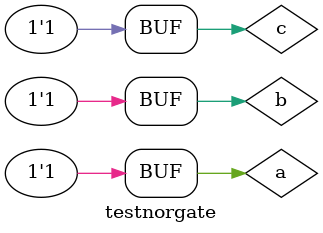
<source format=v>


module norgate (s, p, q, r);
 output s;
 input  p, q, r;
 wire temp1, temp2;
 
 or OR1 (temp1, p, q);
 or OR2 (temp2, temp1, r);

 assign s = ~(temp2);

endmodule // norgate

// ---------------------
// -- test norgate
// ---------------------

module testnorgate;
 reg   a, b, c;
 wire  s;
          // instancia
 norgate NOR1 (s, a, b, c);

 initial begin:start
      a=0; b=0; c=0;
 end

          // parte principal
 initial begin:main
      $display("Guia 01 - Exercicio 02 - Paulo Ricardo Bastos de Souza - 405828");
      $display("Test nor gate");
      $display("\n~((a | b) | c) = s\n");
      $monitor("~((%b | %b) | %b) = %b", a, b, c, s);
  #1 a=0; b=1; c=0;
  #1 a=1; b=0; c=1;
  #1 a=1; b=1; c=1;
 end

endmodule // norgate
</source>
